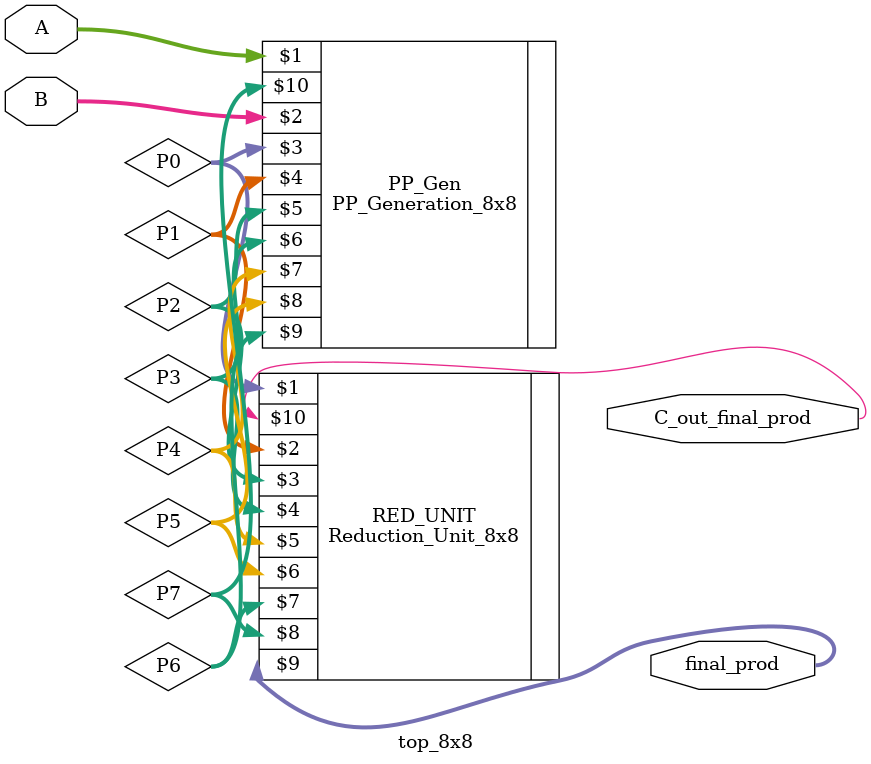
<source format=v>
`timescale 1ns / 1ps


module top_8x8(
    input [7 : 0] A,
    input [7 : 0] B,
    output [15:0] final_prod,
    output C_out_final_prod
    );
    
    // Intermediate connections
    wire[15:0] P0, P1, P2, P3, P4, P5, P6, P7;
    
    // Initialise the PP-Generator
    PP_Generation_8x8 PP_Gen(
        A,
        B,
        P0,
        P1,
        P2,
        P3,
        P4,
        P5,
        P6,
        P7
    );
    
    // Initialise the Reduction Unit
    Reduction_Unit_8x8 RED_UNIT(
        P0,
        P1,
        P2,
        P3,
        P4,
        P5,
        P6,
        P7,
        final_prod,
        C_out_final_prod
    );
    
endmodule


</source>
